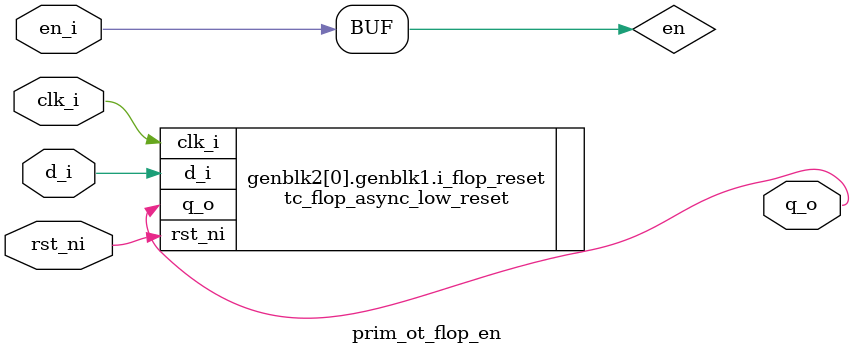
<source format=sv>

`include "prim_assert.sv"

module prim_ot_flop_en #(
  parameter int               Width      = 1,
  parameter bit               EnSecBuf   = 0,
  parameter logic [Width-1:0] ResetValue = 0
) (
  input                    clk_i,
  input                    rst_ni,
  input                    en_i,
  input        [Width-1:0] d_i,
  output logic [Width-1:0] q_o
);

  logic en;
  if (EnSecBuf) begin : gen_en_sec_buf
    prim_sec_anchor_buf #(
      .Width(1)
    ) u_en_buf (
      .in_i(en_i),
      .out_o(en)
    );
  end else begin : gen_en_no_sec_buf
    assign en = en_i;
  end

  // always_ff @(posedge clk_i or negedge rst_ni) begin
  //   if (!rst_ni) begin
  //     q_o <= ResetValue;
  //   end else if (en) begin
  //     q_o <= d_i;
  //   end
  // end

  // Replacing with tech specific cell reference
  for (genvar i=0; i<Width; i++) begin
    if (ResetValue[i] == 1'b0) begin
      tc_flop_async_low_reset i_flop_reset (
        .clk_i   (clk_i ),
        .d_i     (d_i[i]),
        .rst_ni  (rst_ni),
        .q_o     (q_o[i])
      );
    end else begin
      tc_flop_async_low_set i_flop_set (
        .clk_i   (clk_i ),
        .d_i     (d_i[i]),
        .rst_ni  (rst_ni),
        .q_o     (q_o[i])
      );
    end
  end

endmodule

</source>
